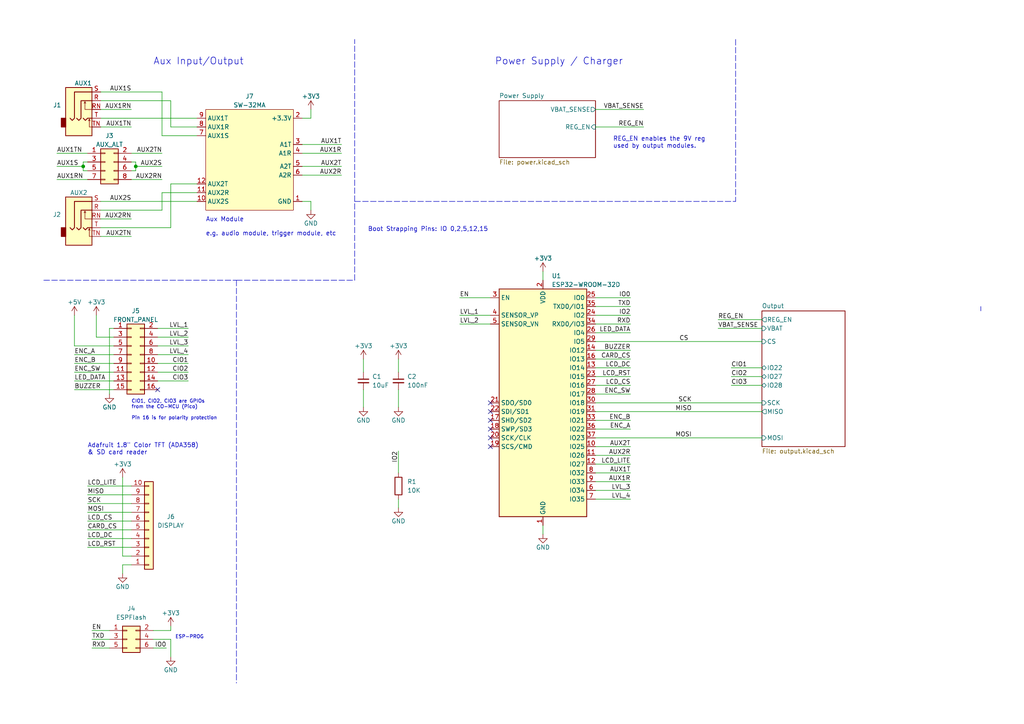
<source format=kicad_sch>
(kicad_sch (version 20211123) (generator eeschema)
  (paper "A4")
  (title_block (title "SW-3240: Main Board") (date "2022-04-23") (rev "1") (company "saawsm") (comment 2 "See connector FRONT_PANEL and front panel board.") (comment 3 "The main board for the SW-3240."))
  (lib_symbols
    (symbol "Connector:AudioJack3_SwitchTR"
      (property "Reference" "J" (at 0 8.89 0))
      (property "Value" "AudioJack3_SwitchTR" (at 0 6.35 0))
      (symbol "AudioJack3_SwitchTR_0_1"
        (rectangle (start -5.08 -5.08) (end -6.35 -7.62) (stroke (width 0.254)) (fill (type outline)))
        (polyline (pts (xy 0.508 -0.254) (xy 0.762 -0.762)))
        (polyline (pts (xy 1.778 -5.334) (xy 2.032 -5.842)))
        (polyline (pts (xy 0 -5.08) (xy 0.635 -5.715) (xy 1.27 -5.08) (xy 2.54 -5.08)) (stroke (width 0.254)))
        (polyline (pts (xy 2.54 -7.62) (xy 1.778 -7.62) (xy 1.778 -5.334) (xy 1.524 -5.842)))
        (polyline (pts (xy 2.54 -2.54) (xy 0.508 -2.54) (xy 0.508 -0.254) (xy 0.254 -0.762)))
        (polyline (pts (xy -1.905 -5.08) (xy -1.27 -5.715) (xy -0.635 -5.08) (xy -0.635 0) (xy 2.54 0)) (stroke (width 0.254)))
        (polyline (pts (xy 2.54 2.54) (xy -2.54 2.54) (xy -2.54 -5.08) (xy -3.175 -5.715) (xy -3.81 -5.08)) (stroke (width 0.254)))
        (rectangle (start 2.54 3.81) (end -5.08 -10.16) (stroke (width 0.254)) (fill (type background)))
      )
      (symbol "AudioJack3_SwitchTR_1_1"
        (pin passive line (at 5.08 0 180) (length 2.54) (name "~") (number "R"))
        (pin passive line (at 5.08 -2.54 180) (length 2.54) (name "~") (number "RN"))
        (pin passive line (at 5.08 2.54 180) (length 2.54) (name "~") (number "S"))
        (pin passive line (at 5.08 -5.08 180) (length 2.54) (name "~") (number "T"))
        (pin passive line (at 5.08 -7.62 180) (length 2.54) (name "~") (number "TN"))
      )
    )
    (symbol "Connector_Generic:Conn_01x10" (pin_names (offset 1.016) hide)
      (property "Reference" "J" (at 0 12.7 0))
      (property "Value" "Conn_01x10" (at 0 -15.24 0))
      (symbol "Conn_01x10_1_1"
        (rectangle (start -1.27 -12.573) (end 0 -12.827) (stroke (width 0.1524)))
        (rectangle (start -1.27 -10.033) (end 0 -10.287) (stroke (width 0.1524)))
        (rectangle (start -1.27 -7.493) (end 0 -7.747) (stroke (width 0.1524)))
        (rectangle (start -1.27 -4.953) (end 0 -5.207) (stroke (width 0.1524)))
        (rectangle (start -1.27 -2.413) (end 0 -2.667) (stroke (width 0.1524)))
        (rectangle (start -1.27 0.127) (end 0 -0.127) (stroke (width 0.1524)))
        (rectangle (start -1.27 2.667) (end 0 2.413) (stroke (width 0.1524)))
        (rectangle (start -1.27 5.207) (end 0 4.953) (stroke (width 0.1524)))
        (rectangle (start -1.27 7.747) (end 0 7.493) (stroke (width 0.1524)))
        (rectangle (start -1.27 10.287) (end 0 10.033) (stroke (width 0.1524)))
        (rectangle (start -1.27 11.43) (end 1.27 -13.97) (stroke (width 0.254)) (fill (type background)))
        (pin passive line (at -5.08 10.16 0) (length 3.81) (name "Pin_1") (number "1"))
        (pin passive line (at -5.08 -12.7 0) (length 3.81) (name "Pin_10") (number "10"))
        (pin passive line (at -5.08 7.62 0) (length 3.81) (name "Pin_2") (number "2"))
        (pin passive line (at -5.08 5.08 0) (length 3.81) (name "Pin_3") (number "3"))
        (pin passive line (at -5.08 2.54 0) (length 3.81) (name "Pin_4") (number "4"))
        (pin passive line (at -5.08 0 0) (length 3.81) (name "Pin_5") (number "5"))
        (pin passive line (at -5.08 -2.54 0) (length 3.81) (name "Pin_6") (number "6"))
        (pin passive line (at -5.08 -5.08 0) (length 3.81) (name "Pin_7") (number "7"))
        (pin passive line (at -5.08 -7.62 0) (length 3.81) (name "Pin_8") (number "8"))
        (pin passive line (at -5.08 -10.16 0) (length 3.81) (name "Pin_9") (number "9"))
      )
    )
    (symbol "Connector_Generic:Conn_02x03_Odd_Even" (pin_names (offset 1.016) hide)
      (property "Reference" "J" (at 1.27 5.08 0))
      (property "Value" "Conn_02x03_Odd_Even" (at 1.27 -5.08 0))
      (symbol "Conn_02x03_Odd_Even_1_1"
        (rectangle (start -1.27 -2.413) (end 0 -2.667) (stroke (width 0.1524)))
        (rectangle (start -1.27 0.127) (end 0 -0.127) (stroke (width 0.1524)))
        (rectangle (start -1.27 2.667) (end 0 2.413) (stroke (width 0.1524)))
        (rectangle (start -1.27 3.81) (end 3.81 -3.81) (stroke (width 0.254)) (fill (type background)))
        (rectangle (start 3.81 -2.413) (end 2.54 -2.667) (stroke (width 0.1524)))
        (rectangle (start 3.81 0.127) (end 2.54 -0.127) (stroke (width 0.1524)))
        (rectangle (start 3.81 2.667) (end 2.54 2.413) (stroke (width 0.1524)))
        (pin passive line (at -5.08 2.54 0) (length 3.81) (name "Pin_1") (number "1"))
        (pin passive line (at 7.62 2.54 180) (length 3.81) (name "Pin_2") (number "2"))
        (pin passive line (at -5.08 0 0) (length 3.81) (name "Pin_3") (number "3"))
        (pin passive line (at 7.62 0 180) (length 3.81) (name "Pin_4") (number "4"))
        (pin passive line (at -5.08 -2.54 0) (length 3.81) (name "Pin_5") (number "5"))
        (pin passive line (at 7.62 -2.54 180) (length 3.81) (name "Pin_6") (number "6"))
      )
    )
    (symbol "Connector_Generic:Conn_02x04_Odd_Even" (pin_names (offset 1.016) hide)
      (property "Reference" "J" (at 1.27 5.08 0))
      (property "Value" "Conn_02x04_Odd_Even" (at 1.27 -7.62 0))
      (symbol "Conn_02x04_Odd_Even_1_1"
        (rectangle (start -1.27 -4.953) (end 0 -5.207) (stroke (width 0.1524)))
        (rectangle (start -1.27 -2.413) (end 0 -2.667) (stroke (width 0.1524)))
        (rectangle (start -1.27 0.127) (end 0 -0.127) (stroke (width 0.1524)))
        (rectangle (start -1.27 2.667) (end 0 2.413) (stroke (width 0.1524)))
        (rectangle (start -1.27 3.81) (end 3.81 -6.35) (stroke (width 0.254)) (fill (type background)))
        (rectangle (start 3.81 -4.953) (end 2.54 -5.207) (stroke (width 0.1524)))
        (rectangle (start 3.81 -2.413) (end 2.54 -2.667) (stroke (width 0.1524)))
        (rectangle (start 3.81 0.127) (end 2.54 -0.127) (stroke (width 0.1524)))
        (rectangle (start 3.81 2.667) (end 2.54 2.413) (stroke (width 0.1524)))
        (pin passive line (at -5.08 2.54 0) (length 3.81) (name "Pin_1") (number "1"))
        (pin passive line (at 7.62 2.54 180) (length 3.81) (name "Pin_2") (number "2"))
        (pin passive line (at -5.08 0 0) (length 3.81) (name "Pin_3") (number "3"))
        (pin passive line (at 7.62 0 180) (length 3.81) (name "Pin_4") (number "4"))
        (pin passive line (at -5.08 -2.54 0) (length 3.81) (name "Pin_5") (number "5"))
        (pin passive line (at 7.62 -2.54 180) (length 3.81) (name "Pin_6") (number "6"))
        (pin passive line (at -5.08 -5.08 0) (length 3.81) (name "Pin_7") (number "7"))
        (pin passive line (at 7.62 -5.08 180) (length 3.81) (name "Pin_8") (number "8"))
      )
    )
    (symbol "Connector_Generic:Conn_02x08_Odd_Even" (pin_names (offset 1.016) hide)
      (property "Reference" "J" (at 1.27 10.16 0))
      (property "Value" "Conn_02x08_Odd_Even" (at 1.27 -12.7 0))
      (symbol "Conn_02x08_Odd_Even_1_1"
        (rectangle (start -1.27 -10.033) (end 0 -10.287) (stroke (width 0.1524)))
        (rectangle (start -1.27 -7.493) (end 0 -7.747) (stroke (width 0.1524)))
        (rectangle (start -1.27 -4.953) (end 0 -5.207) (stroke (width 0.1524)))
        (rectangle (start -1.27 -2.413) (end 0 -2.667) (stroke (width 0.1524)))
        (rectangle (start -1.27 0.127) (end 0 -0.127) (stroke (width 0.1524)))
        (rectangle (start -1.27 2.667) (end 0 2.413) (stroke (width 0.1524)))
        (rectangle (start -1.27 5.207) (end 0 4.953) (stroke (width 0.1524)))
        (rectangle (start -1.27 7.747) (end 0 7.493) (stroke (width 0.1524)))
        (rectangle (start -1.27 8.89) (end 3.81 -11.43) (stroke (width 0.254)) (fill (type background)))
        (rectangle (start 3.81 -10.033) (end 2.54 -10.287) (stroke (width 0.1524)))
        (rectangle (start 3.81 -7.493) (end 2.54 -7.747) (stroke (width 0.1524)))
        (rectangle (start 3.81 -4.953) (end 2.54 -5.207) (stroke (width 0.1524)))
        (rectangle (start 3.81 -2.413) (end 2.54 -2.667) (stroke (width 0.1524)))
        (rectangle (start 3.81 0.127) (end 2.54 -0.127) (stroke (width 0.1524)))
        (rectangle (start 3.81 2.667) (end 2.54 2.413) (stroke (width 0.1524)))
        (rectangle (start 3.81 5.207) (end 2.54 4.953) (stroke (width 0.1524)))
        (rectangle (start 3.81 7.747) (end 2.54 7.493) (stroke (width 0.1524)))
        (pin passive line (at -5.08 7.62 0) (length 3.81) (name "Pin_1") (number "1"))
        (pin passive line (at 7.62 -2.54 180) (length 3.81) (name "Pin_10") (number "10"))
        (pin passive line (at -5.08 -5.08 0) (length 3.81) (name "Pin_11") (number "11"))
        (pin passive line (at 7.62 -5.08 180) (length 3.81) (name "Pin_12") (number "12"))
        (pin passive line (at -5.08 -7.62 0) (length 3.81) (name "Pin_13") (number "13"))
        (pin passive line (at 7.62 -7.62 180) (length 3.81) (name "Pin_14") (number "14"))
        (pin passive line (at -5.08 -10.16 0) (length 3.81) (name "Pin_15") (number "15"))
        (pin passive line (at 7.62 -10.16 180) (length 3.81) (name "Pin_16") (number "16"))
        (pin passive line (at 7.62 7.62 180) (length 3.81) (name "Pin_2") (number "2"))
        (pin passive line (at -5.08 5.08 0) (length 3.81) (name "Pin_3") (number "3"))
        (pin passive line (at 7.62 5.08 180) (length 3.81) (name "Pin_4") (number "4"))
        (pin passive line (at -5.08 2.54 0) (length 3.81) (name "Pin_5") (number "5"))
        (pin passive line (at 7.62 2.54 180) (length 3.81) (name "Pin_6") (number "6"))
        (pin passive line (at -5.08 0 0) (length 3.81) (name "Pin_7") (number "7"))
        (pin passive line (at 7.62 0 180) (length 3.81) (name "Pin_8") (number "8"))
        (pin passive line (at -5.08 -2.54 0) (length 3.81) (name "Pin_9") (number "9"))
      )
    )
    (symbol "Device:C_Small" (pin_numbers hide) (pin_names (offset 0.254) hide)
      (property "Reference" "C" (at 0.254 1.778 0))
      (property "Value" "C_Small" (at 0.254 -2.032 0))
      (symbol "C_Small_0_1"
        (polyline (pts (xy -1.524 -0.508) (xy 1.524 -0.508)) (stroke (width 0.3302)))
        (polyline (pts (xy -1.524 0.508) (xy 1.524 0.508)) (stroke (width 0.3048)))
      )
      (symbol "C_Small_1_1"
        (pin passive line (at 0 2.54 270) (length 2.032) (name "~") (number "1"))
        (pin passive line (at 0 -2.54 90) (length 2.032) (name "~") (number "2"))
      )
    )
    (symbol "Device:R" (pin_numbers hide) (pin_names (offset 0))
      (property "Reference" "R" (at 2.032 0 90))
      (property "Value" "R" (at 0 0 90))
      (symbol "R_0_1"
        (rectangle (start -1.016 -2.54) (end 1.016 2.54) (stroke (width 0.254)))
      )
      (symbol "R_1_1"
        (pin passive line (at 0 3.81 270) (length 1.27) (name "~") (number "1"))
        (pin passive line (at 0 -3.81 90) (length 1.27) (name "~") (number "2"))
      )
    )
    (symbol "Mechanical:MountingHole" (pin_names (offset 1.016))
      (property "Reference" "H" (at 0 5.08 0))
      (property "Value" "MountingHole" (at 0 3.175 0))
      (symbol "MountingHole_0_1"
        (circle (center 0 0) (radius 1.27) (stroke (width 1.27)))
      )
    )
    (symbol "RF_Module:ESP32-WROOM-32D"
      (property "Reference" "U" (at -12.7 34.29 0))
      (property "Value" "ESP32-WROOM-32D" (at 1.27 34.29 0))
      (symbol "ESP32-WROOM-32D_0_1"
        (rectangle (start -12.7 33.02) (end 12.7 -33.02) (stroke (width 0.254)) (fill (type background)))
      )
      (symbol "ESP32-WROOM-32D_1_1"
        (pin power_in line (at 0 -35.56 90) (length 2.54) (name "GND") (number "1"))
        (pin bidirectional line (at 15.24 -12.7 180) (length 2.54) (name "IO25") (number "10"))
        (pin bidirectional line (at 15.24 -15.24 180) (length 2.54) (name "IO26") (number "11"))
        (pin bidirectional line (at 15.24 -17.78 180) (length 2.54) (name "IO27") (number "12"))
        (pin bidirectional line (at 15.24 10.16 180) (length 2.54) (name "IO14") (number "13"))
        (pin bidirectional line (at 15.24 15.24 180) (length 2.54) (name "IO12") (number "14"))
        (pin passive line (at 0 -35.56 90) (length 2.54) hide (name "GND") (number "15"))
        (pin bidirectional line (at 15.24 12.7 180) (length 2.54) (name "IO13") (number "16"))
        (pin bidirectional line (at -15.24 -5.08 0) (length 2.54) (name "SHD/SD2") (number "17"))
        (pin bidirectional line (at -15.24 -7.62 0) (length 2.54) (name "SWP/SD3") (number "18"))
        (pin bidirectional line (at -15.24 -12.7 0) (length 2.54) (name "SCS/CMD") (number "19"))
        (pin power_in line (at 0 35.56 270) (length 2.54) (name "VDD") (number "2"))
        (pin bidirectional line (at -15.24 -10.16 0) (length 2.54) (name "SCK/CLK") (number "20"))
        (pin bidirectional line (at -15.24 0 0) (length 2.54) (name "SDO/SD0") (number "21"))
        (pin bidirectional line (at -15.24 -2.54 0) (length 2.54) (name "SDI/SD1") (number "22"))
        (pin bidirectional line (at 15.24 7.62 180) (length 2.54) (name "IO15") (number "23"))
        (pin bidirectional line (at 15.24 25.4 180) (length 2.54) (name "IO2") (number "24"))
        (pin bidirectional line (at 15.24 30.48 180) (length 2.54) (name "IO0") (number "25"))
        (pin bidirectional line (at 15.24 20.32 180) (length 2.54) (name "IO4") (number "26"))
        (pin bidirectional line (at 15.24 5.08 180) (length 2.54) (name "IO16") (number "27"))
        (pin bidirectional line (at 15.24 2.54 180) (length 2.54) (name "IO17") (number "28"))
        (pin bidirectional line (at 15.24 17.78 180) (length 2.54) (name "IO5") (number "29"))
        (pin input line (at -15.24 30.48 0) (length 2.54) (name "EN") (number "3"))
        (pin bidirectional line (at 15.24 0 180) (length 2.54) (name "IO18") (number "30"))
        (pin bidirectional line (at 15.24 -2.54 180) (length 2.54) (name "IO19") (number "31"))
        (pin no_connect line (at -12.7 -27.94 0) (length 2.54) hide (name "NC") (number "32"))
        (pin bidirectional line (at 15.24 -5.08 180) (length 2.54) (name "IO21") (number "33"))
        (pin bidirectional line (at 15.24 22.86 180) (length 2.54) (name "RXD0/IO3") (number "34"))
        (pin bidirectional line (at 15.24 27.94 180) (length 2.54) (name "TXD0/IO1") (number "35"))
        (pin bidirectional line (at 15.24 -7.62 180) (length 2.54) (name "IO22") (number "36"))
        (pin bidirectional line (at 15.24 -10.16 180) (length 2.54) (name "IO23") (number "37"))
        (pin passive line (at 0 -35.56 90) (length 2.54) hide (name "GND") (number "38"))
        (pin passive line (at 0 -35.56 90) (length 2.54) hide (name "GND") (number "39"))
        (pin input line (at -15.24 25.4 0) (length 2.54) (name "SENSOR_VP") (number "4"))
        (pin input line (at -15.24 22.86 0) (length 2.54) (name "SENSOR_VN") (number "5"))
        (pin input line (at 15.24 -25.4 180) (length 2.54) (name "IO34") (number "6"))
        (pin input line (at 15.24 -27.94 180) (length 2.54) (name "IO35") (number "7"))
        (pin bidirectional line (at 15.24 -20.32 180) (length 2.54) (name "IO32") (number "8"))
        (pin bidirectional line (at 15.24 -22.86 180) (length 2.54) (name "IO33") (number "9"))
      )
    )
    (symbol "SaawLib:SW-32MA"
      (property "Reference" "J" (at 0 16.51 0))
      (property "Value" "SW-32MA" (at 0 -15.24 0))
      (symbol "SW-32MA_0_1"
        (rectangle (start -12.7 15.24) (end 12.7 -13.97) (fill (type background)))
      )
      (symbol "SW-32MA_1_1"
        (pin power_in line (at 15.24 -11.43 180) (length 2.54) (name "GND") (number "1"))
        (pin input line (at -15.24 -11.43 0) (length 2.54) (name "AUX2S") (number "10"))
        (pin input line (at -15.24 -8.89 0) (length 2.54) (name "AUX2R") (number "11"))
        (pin input line (at -15.24 -6.35 0) (length 2.54) (name "AUX2T") (number "12"))
        (pin power_in line (at 15.24 12.7 180) (length 2.54) (name "+3.3V") (number "2"))
        (pin bidirectional line (at 15.24 5.08 180) (length 2.54) (name "A1T") (number "3"))
        (pin bidirectional line (at 15.24 2.54 180) (length 2.54) (name "A1R") (number "4"))
        (pin bidirectional line (at 15.24 -1.27 180) (length 2.54) (name "A2T") (number "5"))
        (pin bidirectional line (at 15.24 -3.81 180) (length 2.54) (name "A2R") (number "6"))
        (pin input line (at -15.24 7.62 0) (length 2.54) (name "AUX1S") (number "7"))
        (pin input line (at -15.24 10.16 0) (length 2.54) (name "AUX1R") (number "8"))
        (pin input line (at -15.24 12.7 0) (length 2.54) (name "AUX1T") (number "9"))
      )
    )
    (symbol "power:+3.3V" (power) (pin_names (offset 0))
      (property "Value" "+3.3V" (at 0 3.556 0))
      (symbol "+3.3V_0_1"
        (polyline (pts (xy -0.762 1.27) (xy 0 2.54)))
        (polyline (pts (xy 0 0) (xy 0 2.54)))
        (polyline (pts (xy 0 2.54) (xy 0.762 1.27)))
      )
      (symbol "+3.3V_1_1"
        (pin power_in line (at 0 0 90) (length 0) hide (name "+3V3") (number "1"))
      )
    )
    (symbol "power:+5V" (power) (pin_names (offset 0))
      (property "Value" "+5V" (at 0 3.556 0))
      (symbol "+5V_0_1"
        (polyline (pts (xy -0.762 1.27) (xy 0 2.54)))
        (polyline (pts (xy 0 0) (xy 0 2.54)))
        (polyline (pts (xy 0 2.54) (xy 0.762 1.27)))
      )
      (symbol "+5V_1_1"
        (pin power_in line (at 0 0 90) (length 0) hide (name "+5V") (number "1"))
      )
    )
    (symbol "power:GND" (power) (pin_names (offset 0))
      (property "Value" "GND" (at 0 -3.81 0))
      (symbol "GND_0_1"
        (polyline (pts (xy 0 0) (xy 0 -1.27) (xy 1.27 -1.27) (xy 0 -2.54) (xy -1.27 -1.27) (xy 0 -1.27)))
      )
      (symbol "GND_1_1"
        (pin power_in line (at 0 0 270) (length 0) hide (name "GND") (number "1"))
      )
    )
  )
  (junction (at 39.37 48.26))
  (junction (at 24.13 48.26))
  (no_connect (at 45.72 113.03))
  (no_connect (at 142.24 116.84))
  (no_connect (at 142.24 124.46))
  (no_connect (at 142.24 119.38))
  (no_connect (at 142.24 127))
  (no_connect (at 142.24 121.92))
  (no_connect (at 142.24 129.54))
  (wire (pts (xy 87.63 44.45) (xy 99.06 44.45)))
  (wire (pts (xy 45.72 107.95) (xy 54.61 107.95)))
  (wire (pts (xy 29.21 26.67) (xy 46.99 26.67)))
  (wire (pts (xy 172.72 142.24) (xy 182.88 142.24)))
  (wire (pts (xy 46.99 52.07) (xy 38.1 52.07)))
  (wire (pts (xy 31.75 185.42) (xy 26.67 185.42)))
  (wire (pts (xy 39.37 46.99) (xy 38.1 46.99)))
  (wire (pts (xy 24.13 48.26) (xy 16.51 48.26)))
  (wire (pts (xy 44.45 185.42) (xy 49.53 185.42)))
  (wire (pts (xy 21.59 110.49) (xy 33.02 110.49)))
  (wire (pts (xy 29.21 36.83) (xy 38.1 36.83)))
  (wire (pts (xy 46.99 55.88) (xy 46.99 60.96)))
  (wire (pts (xy 172.72 104.14) (xy 182.88 104.14)))
  (wire (pts (xy 46.99 44.45) (xy 38.1 44.45)))
  (wire (pts (xy 24.13 48.26) (xy 24.13 46.99)))
  (wire (pts (xy 39.37 48.26) (xy 39.37 46.99)))
  (wire (pts (xy 25.4 156.21) (xy 38.1 156.21)))
  (wire (pts (xy 87.63 50.8) (xy 99.06 50.8)))
  (wire (pts (xy 172.72 127) (xy 220.98 127)))
  (wire (pts (xy 182.88 129.54) (xy 172.72 129.54)))
  (wire (pts (xy 57.15 39.37) (xy 46.99 39.37)))
  (wire (pts (xy 25.4 153.67) (xy 38.1 153.67)))
  (wire (pts (xy 44.45 187.96) (xy 48.26 187.96)))
  (wire (pts (xy 172.72 99.06) (xy 220.98 99.06)))
  (wire (pts (xy 31.75 95.25) (xy 33.02 95.25)))
  (wire (pts (xy 172.72 139.7) (xy 182.88 139.7)))
  (wire (pts (xy 172.72 144.78) (xy 182.88 144.78)))
  (wire (pts (xy 45.72 95.25) (xy 54.61 95.25)))
  (wire (pts (xy 49.53 182.88) (xy 44.45 182.88)))
  (wire (pts (xy 29.21 68.58) (xy 38.1 68.58)))
  (wire (pts (xy 182.88 121.92) (xy 172.72 121.92)))
  (wire (pts (xy 25.4 52.07) (xy 16.51 52.07)))
  (wire (pts (xy 46.99 48.26) (xy 39.37 48.26)))
  (wire (pts (xy 172.72 86.36) (xy 182.88 86.36)))
  (wire (pts (xy 25.4 151.13) (xy 38.1 151.13)))
  (wire (pts (xy 182.88 134.62) (xy 172.72 134.62)))
  (polyline (pts (xy 284.48 88.9) (xy 284.48 90.17)))
  (wire (pts (xy 182.88 111.76) (xy 172.72 111.76)))
  (wire (pts (xy 33.02 113.03) (xy 21.59 113.03)))
  (wire (pts (xy 208.28 92.71) (xy 220.98 92.71)))
  (wire (pts (xy 142.24 93.98) (xy 133.35 93.98)))
  (wire (pts (xy 31.75 95.25) (xy 31.75 114.3)))
  (polyline (pts (xy 102.87 81.28) (xy 102.87 11.43)))
  (wire (pts (xy 29.21 63.5) (xy 38.1 63.5)))
  (wire (pts (xy 35.56 163.83) (xy 38.1 163.83)))
  (wire (pts (xy 142.24 91.44) (xy 133.35 91.44)))
  (wire (pts (xy 46.99 55.88) (xy 57.15 55.88)))
  (wire (pts (xy 90.17 34.29) (xy 90.17 31.75)))
  (wire (pts (xy 25.4 140.97) (xy 38.1 140.97)))
  (wire (pts (xy 115.57 104.14) (xy 115.57 107.95)))
  (wire (pts (xy 25.4 44.45) (xy 16.51 44.45)))
  (wire (pts (xy 182.88 109.22) (xy 172.72 109.22)))
  (wire (pts (xy 49.53 36.83) (xy 49.53 29.21)))
  (wire (pts (xy 29.21 31.75) (xy 38.1 31.75)))
  (wire (pts (xy 29.21 34.29) (xy 57.15 34.29)))
  (wire (pts (xy 49.53 53.34) (xy 49.53 66.04)))
  (wire (pts (xy 142.24 86.36) (xy 133.35 86.36)))
  (wire (pts (xy 25.4 46.99) (xy 24.13 46.99)))
  (wire (pts (xy 172.72 88.9) (xy 182.88 88.9)))
  (wire (pts (xy 29.21 58.42) (xy 57.15 58.42)))
  (wire (pts (xy 25.4 143.51) (xy 38.1 143.51)))
  (wire (pts (xy 105.41 104.14) (xy 105.41 107.95)))
  (wire (pts (xy 24.13 48.26) (xy 24.13 49.53)))
  (wire (pts (xy 172.72 101.6) (xy 182.88 101.6)))
  (wire (pts (xy 220.98 95.25) (xy 208.28 95.25)))
  (wire (pts (xy 21.59 91.44) (xy 21.59 100.33)))
  (wire (pts (xy 21.59 107.95) (xy 33.02 107.95)))
  (wire (pts (xy 115.57 137.16) (xy 115.57 130.81)))
  (wire (pts (xy 49.53 185.42) (xy 49.53 190.5)))
  (wire (pts (xy 87.63 48.26) (xy 99.06 48.26)))
  (wire (pts (xy 21.59 100.33) (xy 33.02 100.33)))
  (wire (pts (xy 172.72 119.38) (xy 220.98 119.38)))
  (wire (pts (xy 172.72 93.98) (xy 182.88 93.98)))
  (wire (pts (xy 45.72 110.49) (xy 54.61 110.49)))
  (wire (pts (xy 157.48 81.28) (xy 157.48 78.74)))
  (wire (pts (xy 172.72 132.08) (xy 182.88 132.08)))
  (wire (pts (xy 90.17 60.96) (xy 90.17 58.42)))
  (polyline (pts (xy 12.7 81.28) (xy 68.58 81.28)))
  (wire (pts (xy 49.53 53.34) (xy 57.15 53.34)))
  (wire (pts (xy 35.56 166.37) (xy 35.56 163.83)))
  (polyline (pts (xy 213.36 11.43) (xy 213.36 58.42)))
  (wire (pts (xy 182.88 96.52) (xy 172.72 96.52)))
  (wire (pts (xy 172.72 31.75) (xy 186.69 31.75)))
  (wire (pts (xy 49.53 66.04) (xy 29.21 66.04)))
  (wire (pts (xy 182.88 124.46) (xy 172.72 124.46)))
  (wire (pts (xy 25.4 49.53) (xy 24.13 49.53)))
  (wire (pts (xy 45.72 100.33) (xy 54.61 100.33)))
  (wire (pts (xy 87.63 34.29) (xy 90.17 34.29)))
  (wire (pts (xy 21.59 102.87) (xy 33.02 102.87)))
  (wire (pts (xy 105.41 113.03) (xy 105.41 118.11)))
  (wire (pts (xy 46.99 39.37) (xy 46.99 26.67)))
  (polyline (pts (xy 68.58 81.28) (xy 68.58 198.12)))
  (wire (pts (xy 45.72 102.87) (xy 54.61 102.87)))
  (polyline (pts (xy 102.87 58.42) (xy 213.36 58.42)))
  (wire (pts (xy 157.48 152.4) (xy 157.48 154.94)))
  (wire (pts (xy 182.88 106.68) (xy 172.72 106.68)))
  (wire (pts (xy 90.17 58.42) (xy 87.63 58.42)))
  (wire (pts (xy 27.94 97.79) (xy 33.02 97.79)))
  (wire (pts (xy 220.98 111.76) (xy 212.09 111.76)))
  (wire (pts (xy 172.72 36.83) (xy 186.69 36.83)))
  (wire (pts (xy 87.63 41.91) (xy 99.06 41.91)))
  (wire (pts (xy 35.56 161.29) (xy 38.1 161.29)))
  (wire (pts (xy 39.37 48.26) (xy 39.37 49.53)))
  (wire (pts (xy 182.88 114.3) (xy 172.72 114.3)))
  (wire (pts (xy 49.53 29.21) (xy 29.21 29.21)))
  (wire (pts (xy 172.72 91.44) (xy 182.88 91.44)))
  (wire (pts (xy 220.98 109.22) (xy 212.09 109.22)))
  (wire (pts (xy 31.75 182.88) (xy 26.67 182.88)))
  (wire (pts (xy 115.57 144.78) (xy 115.57 147.32)))
  (wire (pts (xy 46.99 60.96) (xy 29.21 60.96)))
  (wire (pts (xy 35.56 138.43) (xy 35.56 161.29)))
  (wire (pts (xy 31.75 187.96) (xy 26.67 187.96)))
  (wire (pts (xy 25.4 148.59) (xy 38.1 148.59)))
  (wire (pts (xy 115.57 113.03) (xy 115.57 118.11)))
  (wire (pts (xy 220.98 106.68) (xy 212.09 106.68)))
  (wire (pts (xy 45.72 97.79) (xy 54.61 97.79)))
  (wire (pts (xy 39.37 49.53) (xy 38.1 49.53)))
  (wire (pts (xy 45.72 105.41) (xy 54.61 105.41)))
  (wire (pts (xy 25.4 146.05) (xy 38.1 146.05)))
  (wire (pts (xy 21.59 105.41) (xy 33.02 105.41)))
  (wire (pts (xy 49.53 181.61) (xy 49.53 182.88)))
  (wire (pts (xy 25.4 158.75) (xy 38.1 158.75)))
  (wire (pts (xy 27.94 97.79) (xy 27.94 91.44)))
  (polyline (pts (xy 68.58 81.28) (xy 102.87 81.28)))
  (wire (pts (xy 57.15 36.83) (xy 49.53 36.83)))
  (wire (pts (xy 172.72 116.84) (xy 220.98 116.84)))
  (wire (pts (xy 172.72 137.16) (xy 182.88 137.16)))
  (text "Adafruit 1.8\" Color TFT (ADA358) \n& SD card reader" (at 25.4 132.08 0) (effects (font (size 1.27 1.27)) (justify left bottom)))
  (text "Aux Input/Output" (at 44.45 19.05 0) (effects (font (size 2 2)) (justify left bottom)))
  (text "REG_EN enables the 9V reg\nused by output modules." (at 177.8 43.18 0) (effects (font (size 1.27 1.27)) (justify left bottom)))
  (text "Power Supply / Charger" (at 143.51 19.05 0) (effects (font (size 2 2)) (justify left bottom)))
  (text "CIO1, CIO2, CIO3 are GPIOs \nfrom the CO-MCU (Pico)\n\nPin 16 is for polarity protection" (at 38.1 121.92 0) (effects (font (size 1 1)) (justify left bottom)))
  (text "Aux Module\n\ne.g. audio module, trigger module, etc" (at 59.69 68.58 0) (effects (font (size 1.27 1.27)) (justify left bottom)))
  (text "ESP-PROG" (at 50.8 185.42 0) (effects (font (size 1 1)) (justify left bottom)))
  (text "Boot Strapping Pins: IO 0,2,5,12,15\n" (at 106.68 67.31 0) (effects (font (size 1.27 1.27)) (justify left bottom)))
  (label "AUX2RN" (at 46.99 52.07 180))
  (label "BUZZER" (at 182.88 101.6 180))
  (label "CIO3" (at 54.61 110.49 180))
  (label "ENC_B" (at 182.88 121.92 180))
  (label "LCD_DC" (at 182.88 106.68 180))
  (label "TXD" (at 182.88 88.9 180))
  (label "AUX2TN" (at 38.1 68.58 180))
  (label "LED_DATA" (at 182.88 96.52 180))
  (label "IO2" (at 182.88 91.44 180))
  (label "LVL_2" (at 54.61 97.79 180))
  (label "AUX1S" (at 16.51 48.26 0))
  (label "MOSI" (at 200.66 127 180))
  (label "SCK" (at 25.4 146.05 0))
  (label "AUX1R" (at 99.06 44.45 180))
  (label "AUX2R" (at 182.88 132.08 180))
  (label "IO2" (at 115.57 130.81 270))
  (label "BUZZER" (at 21.59 113.03 0))
  (label "AUX2T" (at 99.06 48.26 180))
  (label "LVL_3" (at 182.88 142.24 180))
  (label "LVL_1" (at 133.35 91.44 0))
  (label "AUX1S" (at 38.1 26.67 180))
  (label "AUX2S" (at 38.1 58.42 180))
  (label "SCK" (at 200.66 116.84 180))
  (label "CS" (at 199.7009 99.06 180))
  (label "LED_DATA" (at 21.59 110.49 0))
  (label "ENC_B" (at 21.59 105.41 0))
  (label "CIO1" (at 54.61 105.41 180))
  (label "LVL_4" (at 182.88 144.78 180))
  (label "LCD_LITE" (at 25.4 140.97 0))
  (label "ENC_SW" (at 21.59 107.95 0))
  (label "AUX1RN" (at 16.51 52.07 0))
  (label "EN" (at 133.35 86.36 0))
  (label "ENC_A" (at 21.59 102.87 0))
  (label "IO0" (at 48.26 187.96 180))
  (label "AUX1R" (at 182.88 139.7 180))
  (label "CARD_CS" (at 182.88 104.14 180))
  (label "LCD_RST" (at 25.4 158.75 0))
  (label "CARD_CS" (at 25.4 153.67 0))
  (label "CIO2" (at 54.61 107.95 180))
  (label "LCD_DC" (at 25.4 156.21 0))
  (label "REG_EN" (at 208.28 92.71 0))
  (label "AUX2R" (at 99.06 50.8 180))
  (label "AUX1RN" (at 38.1 31.75 180))
  (label "REG_EN" (at 186.69 36.83 180))
  (label "LVL_4" (at 54.61 102.87 180))
  (label "CIO1" (at 212.09 106.68 0))
  (label "MOSI" (at 25.4 148.59 0))
  (label "LCD_RST" (at 182.88 109.22 180))
  (label "MISO" (at 200.66 119.38 180))
  (label "AUX1TN" (at 38.1 36.83 180))
  (label "ENC_A" (at 182.88 124.46 180))
  (label "AUX2S" (at 46.99 48.26 180))
  (label "AUX2RN" (at 38.1 63.5 180))
  (label "LVL_1" (at 54.61 95.25 180))
  (label "AUX1T" (at 182.88 137.16 180))
  (label "IO0" (at 182.88 86.36 180))
  (label "RXD" (at 26.67 187.96 0))
  (label "RXD" (at 182.88 93.98 180))
  (label "LVL_3" (at 54.61 100.33 180))
  (label "EN" (at 26.67 182.88 0))
  (label "LCD_LITE" (at 182.88 134.62 180))
  (label "LVL_2" (at 133.35 93.98 0))
  (label "CIO2" (at 212.09 109.22 0))
  (label "ENC_SW" (at 182.88 114.3 180))
  (label "AUX2T" (at 182.88 129.54 180))
  (label "AUX2TN" (at 46.99 44.45 180))
  (label "AUX1TN" (at 16.51 44.45 0))
  (label "CIO3" (at 212.09 111.76 0))
  (label "LCD_CS" (at 25.4 151.13 0))
  (label "VBAT_SENSE" (at 186.69 31.75 180))
  (label "LCD_CS" (at 182.88 111.76 180))
  (label "AUX1T" (at 99.06 41.91 180))
  (label "MISO" (at 25.4 143.51 0))
  (label "TXD" (at 26.67 185.42 0))
  (label "VBAT_SENSE" (at 208.28 95.25 0))
  (symbol (lib_id "power:+3.3V") (at 105.41 104.14 0) (unit 1)
    (property "Reference" "#PWR010" (effects hide))
    (property "Value" "+3.3V" (at 105.41 100.33 0))
  )
  (symbol (lib_id "power:+5V") (at 21.59 91.44 0) (unit 1)
    (property "Reference" "#PWR01" (effects hide))
    (property "Value" "+5V" (at 21.59 87.63 0))
  )
  (symbol (lib_id "Mechanical:MountingHole") (at 283.21 217.17 180) (unit 1) (in_bom no)
    (property "Reference" "H12" (at 283.21 213.36 0))
    (property "Value" "MountingHole" (effects hide))
    (property "Footprint" "MountingHole:MountingHole_2.2mm_M2" (effects hide))
  )
  (symbol (lib_id "Mechanical:MountingHole") (at 242.57 217.17 180) (unit 1) (in_bom no)
    (property "Reference" "H4" (at 242.57 213.36 0))
    (property "Value" "MountingHole" (effects hide))
    (property "Footprint" "MountingHole:MountingHole_2.2mm_M2" (effects hide))
  )
  (symbol (lib_id "Mechanical:MountingHole") (at 278.13 217.17 180) (unit 1) (in_bom no)
    (property "Reference" "H11" (at 278.13 213.36 0))
    (property "Value" "MountingHole" (effects hide))
    (property "Footprint" "MountingHole:MountingHole_2.2mm_M2" (effects hide))
  )
  (symbol (lib_id "power:GND") (at 105.41 118.11 0) (unit 1)
    (property "Reference" "#PWR011" (effects hide))
    (property "Value" "GND" (at 105.41 121.92 0))
  )
  (symbol (lib_id "Connector_Generic:Conn_02x08_Odd_Even") (at 38.1 102.87 0) (unit 1)
    (property "Reference" "J5" (at 39.37 90.17 0))
    (property "Value" "FRONT_PANEL" (at 39.37 92.71 0))
    (property "Footprint" "Connector_PinHeader_2.54mm:PinHeader_2x08_P2.54mm_Vertical" (effects hide))
  )
  (symbol (lib_id "Mechanical:MountingHole") (at 257.81 217.17 180) (unit 1) (in_bom no)
    (property "Reference" "H7" (at 257.81 213.36 0))
    (property "Value" "MountingHole" (effects hide))
    (property "Footprint" "MountingHole:MountingHole_2.2mm_M2" (effects hide))
  )
  (symbol (lib_id "Connector_Generic:Conn_02x04_Odd_Even") (at 30.48 46.99 0) (unit 1) (in_bom no)
    (property "Reference" "J3" (at 31.75 39.37 0))
    (property "Value" "AUX_ALT" (at 31.75 41.91 0))
    (property "Footprint" "Connector_PinHeader_2.54mm:PinHeader_2x04_P2.54mm_Vertical" (effects hide))
  )
  (symbol (lib_id "Mechanical:MountingHole") (at 252.73 217.17 180) (unit 1) (in_bom no)
    (property "Reference" "H6" (at 252.73 213.36 0))
    (property "Value" "MountingHole" (effects hide))
    (property "Footprint" "MountingHole:MountingHole_2.2mm_M2" (effects hide))
  )
  (symbol (lib_id "power:GND") (at 115.57 147.32 0) (unit 1)
    (property "Reference" "#PWR014" (effects hide))
    (property "Value" "GND" (at 115.57 151.13 0))
  )
  (symbol (lib_id "Connector_Generic:Conn_01x10") (at 43.18 153.67 0) (mirror x) (unit 1)
    (property "Reference" "J6" (at 49.53 149.86 0))
    (property "Value" "DISPLAY" (at 49.53 152.4 0))
    (property "Footprint" "Connector_PinHeader_2.54mm:PinHeader_1x10_P2.54mm_Vertical" (effects hide))
  )
  (symbol (lib_id "Mechanical:MountingHole") (at 237.49 217.17 180) (unit 1) (in_bom no)
    (property "Reference" "H3" (at 237.49 213.36 0))
    (property "Value" "MountingHole" (effects hide))
    (property "Footprint" "MountingHole:MountingHole_2.2mm_M2" (effects hide))
  )
  (symbol (lib_id "Connector_Generic:Conn_02x03_Odd_Even") (at 36.83 185.42 0) (unit 1)
    (property "Reference" "J4" (at 38.1 176.53 0))
    (property "Value" "ESPFlash" (at 38.1 179.07 0))
    (property "Footprint" "Connector_IDC:IDC-Header_2x03_P2.54mm_Vertical" (effects hide))
  )
  (symbol (lib_id "power:+3.3V") (at 157.48 78.74 0) (unit 1)
    (property "Reference" "#PWR015" (effects hide))
    (property "Value" "+3.3V" (at 157.48 74.93 0))
  )
  (symbol (lib_id "Mechanical:MountingHole") (at 262.89 217.17 180) (unit 1) (in_bom no)
    (property "Reference" "H8" (at 262.89 213.36 0))
    (property "Value" "MountingHole" (effects hide))
    (property "Footprint" "MountingHole:MountingHole_2.2mm_M2" (effects hide))
  )
  (symbol (lib_id "Connector:AudioJack3_SwitchTR") (at 24.13 29.21 0) (unit 1)
    (property "Reference" "J1" (at 17.78 30.48 0) (effects (justify right)))
    (property "Value" "AUX1" (at 26.67 24.13 0) (effects (justify right)))
    (property "Footprint" "SaawLib:STX-3100-5N" (effects hide))
    (property "MOUSER" "806-STX-3100-5N" (effects hide))
    (property "MPN" "STX-3100-5N" (effects hide))
  )
  (symbol (lib_id "power:+3.3V") (at 27.94 91.44 0) (unit 1)
    (property "Reference" "#PWR02" (effects hide))
    (property "Value" "+3.3V" (at 27.94 87.63 0))
  )
  (symbol (lib_id "power:GND") (at 35.56 166.37 0) (unit 1)
    (property "Reference" "#PWR05" (effects hide))
    (property "Value" "GND" (at 35.56 170.18 0))
  )
  (symbol (lib_id "Device:C_Small") (at 105.41 110.49 0) (unit 1)
    (property "Reference" "C1" (at 107.95 109.22 0) (effects (justify left)))
    (property "Value" "10uF" (at 107.95 111.76 0) (effects (justify left)))
    (property "Footprint" "Capacitor_SMD:C_0603_1608Metric" (effects hide))
    (property "MOUSER" "187-CL10A106MA8NRNC" (effects hide))
    (property "MPN" "CL10A106MA8NRNC" (effects hide))
    (property "LCSC" "C2922482" (effects hide))
  )
  (symbol (lib_id "RF_Module:ESP32-WROOM-32D") (at 157.48 116.84 0) (unit 1)
    (property "Reference" "U1" (at 160.02 80.01 0) (effects (justify left)))
    (property "Value" "ESP32-WROOM-32D" (at 160.02 82.55 0) (effects (justify left)))
    (property "Footprint" "RF_Module:ESP32-WROOM-32" (effects hide))
    (property "Datasheet" "https://www.espressif.com/sites/default/files/documentation/esp32-wroom-32d_esp32-wroom-32u_datasheet_en.pdf" (effects hide))
    (property "MPN" "ESP32-WROOM-32D" (effects hide))
  )
  (symbol (lib_id "power:+3.3V") (at 49.53 181.61 0) (unit 1)
    (property "Reference" "#PWR06" (effects hide))
    (property "Value" "+3.3V" (at 49.53 177.8 0))
  )
  (symbol (lib_id "Device:R") (at 115.57 140.97 0) (unit 1)
    (property "Reference" "R1" (at 118.11 139.7 0) (effects (justify left)))
    (property "Value" "10K" (at 118.11 142.24 0) (effects (justify left)))
    (property "Footprint" "Resistor_SMD:R_0603_1608Metric" (effects hide))
    (property "MOUSER" "603-RC0603FR-0710KL" (effects hide))
    (property "MPN" "RC0603FR-0710KL" (effects hide))
    (property "LCSC" "C98220" (effects hide))
  )
  (symbol (lib_id "power:+3.3V") (at 90.17 31.75 0) (unit 1)
    (property "Reference" "#PWR08" (effects hide))
    (property "Value" "+3.3V" (at 90.17 27.94 0))
  )
  (symbol (lib_id "power:GND") (at 90.17 60.96 0) (unit 1)
    (property "Reference" "#PWR09" (effects hide))
    (property "Value" "GND" (at 90.17 64.77 0))
  )
  (symbol (lib_id "SaawLib:SW-32MA") (at 72.39 46.99 0) (unit 1) (in_bom no)
    (property "Reference" "J7" (at 72.39 27.94 0))
    (property "Value" "SW-32MA" (at 72.39 30.48 0))
    (property "Footprint" "SaawLib:SW-32MA_Socket" (effects hide))
  )
  (symbol (lib_id "Device:C_Small") (at 115.57 110.49 0) (unit 1)
    (property "Reference" "C2" (at 118.11 109.22 0) (effects (justify left)))
    (property "Value" "100nF" (at 118.11 111.76 0) (effects (justify left)))
    (property "Footprint" "Capacitor_SMD:C_0603_1608Metric" (effects hide))
    (property "MOUSER" "187-CL10B104KB8NNNC" (effects hide))
    (property "MPN" "CL10B104KB8NNNC" (effects hide))
    (property "LCSC" "C1591" (effects hide))
  )
  (symbol (lib_id "power:GND") (at 157.48 154.94 0) (unit 1)
    (property "Reference" "#PWR016" (effects hide))
    (property "Value" "GND" (at 157.48 158.75 0))
  )
  (symbol (lib_id "Mechanical:MountingHole") (at 273.05 217.17 180) (unit 1) (in_bom no)
    (property "Reference" "H10" (at 273.05 213.36 0))
    (property "Value" "MountingHole" (effects hide))
    (property "Footprint" "MountingHole:MountingHole_2.2mm_M2" (effects hide))
  )
  (symbol (lib_id "Connector:AudioJack3_SwitchTR") (at 24.13 60.96 0) (unit 1)
    (property "Reference" "J2" (at 16.51 62.23 0))
    (property "Value" "AUX2" (at 22.86 55.88 0))
    (property "Footprint" "SaawLib:STX-3100-5N" (effects hide))
    (property "MOUSER" "806-STX-3100-5N" (effects hide))
    (property "MPN" "STX-3100-5N" (effects hide))
  )
  (symbol (lib_id "power:+3.3V") (at 115.57 104.14 0) (unit 1)
    (property "Reference" "#PWR012" (effects hide))
    (property "Value" "+3.3V" (at 115.57 100.33 0))
  )
  (symbol (lib_id "Mechanical:MountingHole") (at 232.41 217.17 180) (unit 1) (in_bom no)
    (property "Reference" "H2" (at 232.41 213.36 0))
    (property "Value" "MountingHole" (effects hide))
    (property "Footprint" "MountingHole:MountingHole_2.2mm_M2" (effects hide))
  )
  (symbol (lib_id "power:GND") (at 115.57 118.11 0) (unit 1)
    (property "Reference" "#PWR013" (effects hide))
    (property "Value" "GND" (at 115.57 121.92 0))
  )
  (symbol (lib_id "power:+3.3V") (at 35.56 138.43 0) (unit 1)
    (property "Reference" "#PWR04" (effects hide))
    (property "Value" "+3.3V" (at 35.56 134.62 0))
  )
  (symbol (lib_id "power:GND") (at 31.75 114.3 0) (unit 1)
    (property "Reference" "#PWR03" (effects hide))
    (property "Value" "GND" (at 31.75 118.11 0))
  )
  (symbol (lib_id "Mechanical:MountingHole") (at 267.97 217.17 180) (unit 1) (in_bom no)
    (property "Reference" "H9" (at 267.97 213.36 0))
    (property "Value" "MountingHole" (effects hide))
    (property "Footprint" "MountingHole:MountingHole_2.2mm_M2" (effects hide))
  )
  (symbol (lib_id "power:GND") (at 49.53 190.5 0) (unit 1)
    (property "Reference" "#PWR07" (effects hide))
    (property "Value" "GND" (at 49.53 194.31 0))
  )
  (symbol (lib_id "Mechanical:MountingHole") (at 247.65 217.17 180) (unit 1) (in_bom no)
    (property "Reference" "H5" (at 247.65 213.36 0))
    (property "Value" "MountingHole" (effects hide))
    (property "Footprint" "MountingHole:MountingHole_2.2mm_M2" (effects hide))
  )
  (symbol (lib_id "Mechanical:MountingHole") (at 227.33 217.17 180) (unit 1) (in_bom no)
    (property "Reference" "H1" (at 227.33 213.36 0))
    (property "Value" "MountingHole" (effects hide))
    (property "Footprint" "MountingHole:MountingHole_2.2mm_M2" (effects hide))
  )
  (sheet (at 220.98 90.17) (size 24.13 39.37) (stroke (width 0.1524))
    (property "Sheet name" "Output" (at 220.98 89.4584 0) (effects (justify left bottom)))
    (property "Sheet file" "output.kicad_sch" (at 220.98 130.1246 0) (effects (justify left top)))
    (pin "MISO" output (at 220.98 119.38 180))
    (pin "SCK" input (at 220.98 116.84 180))
    (pin "CS" input (at 220.98 99.06 180))
    (pin "MOSI" input (at 220.98 127 180))
    (pin "VBAT" input (at 220.98 95.25 180))
    (pin "REG_EN" output (at 220.98 92.71 180))
    (pin "IO22" bidirectional (at 220.98 106.68 180))
    (pin "IO27" bidirectional (at 220.98 109.22 180))
    (pin "IO28" bidirectional (at 220.98 111.76 180))
  )
  (sheet (at 144.78 29.21) (size 27.94 16.51) (stroke (width 0.1524))
    (property "Sheet name" "Power Supply" (at 144.78 28.4984 0) (effects (justify left bottom)))
    (property "Sheet file" "power.kicad_sch" (at 144.78 46.3046 0) (effects (justify left top)))
    (pin "VBAT_SENSE" output (at 172.72 31.75 0))
    (pin "REG_EN" input (at 172.72 36.83 0))
  )
)
</source>
